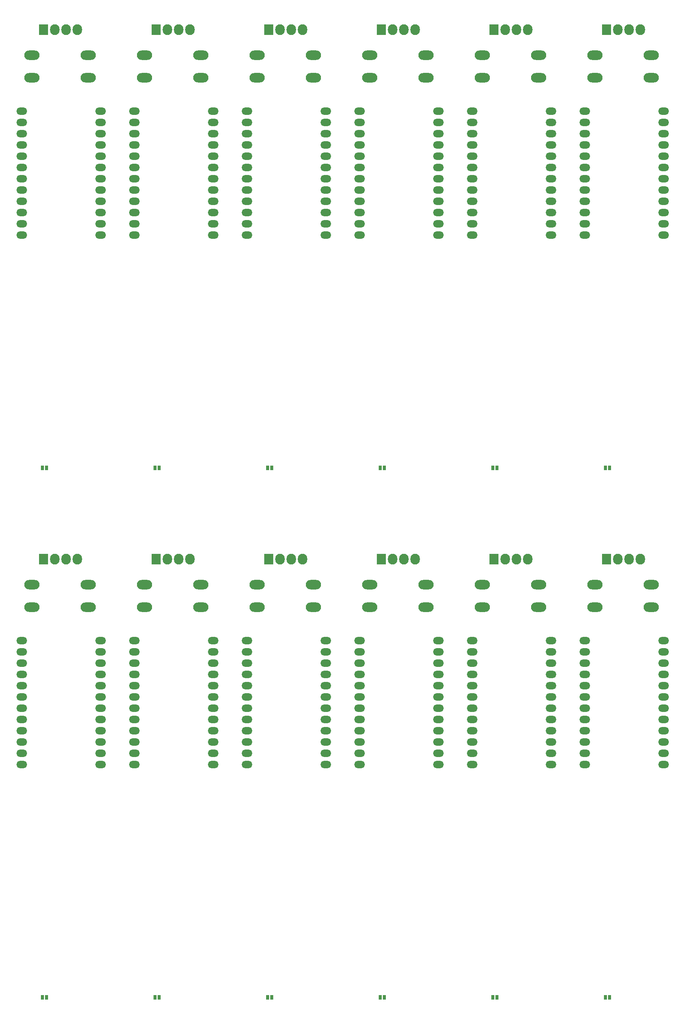
<source format=gts>
G04 #@! TF.FileFunction,Soldermask,Top*
%FSLAX46Y46*%
G04 Gerber Fmt 4.6, Leading zero omitted, Abs format (unit mm)*
G04 Created by KiCad (PCBNEW 4.0.1-stable) date 10/3/2016 4:29:35 PM*
%MOMM*%
G01*
G04 APERTURE LIST*
%ADD10C,0.100000*%
%ADD11O,3.448000X2.127200*%
%ADD12R,0.800000X1.000000*%
%ADD13R,2.127200X2.432000*%
%ADD14O,2.127200X2.432000*%
%ADD15O,2.400000X1.670000*%
G04 APERTURE END LIST*
D10*
D11*
X129895600Y-26238200D03*
X129895600Y-31318200D03*
X142595600Y-26238200D03*
X142595600Y-31318200D03*
D12*
X132239600Y-119329200D03*
X133139600Y-119329200D03*
D13*
X132486400Y-20548600D03*
D14*
X135026400Y-20548600D03*
X137566400Y-20548600D03*
X140106400Y-20548600D03*
D15*
X145338800Y-38887400D03*
X127558800Y-38887400D03*
X145338800Y-41427400D03*
X127558800Y-41427400D03*
X145338800Y-43967400D03*
X127558800Y-43967400D03*
X145338800Y-46507400D03*
X127558800Y-46507400D03*
X145338800Y-49047400D03*
X127558800Y-49047400D03*
X145338800Y-51587400D03*
X127558800Y-51587400D03*
X145338800Y-54127400D03*
X127558800Y-54127400D03*
X145338800Y-56667400D03*
X127558800Y-56667400D03*
X145338800Y-59207400D03*
X127558800Y-59207400D03*
X145338800Y-61747400D03*
X127558800Y-61747400D03*
X145338800Y-64287400D03*
X127558800Y-64287400D03*
X145338800Y-66827400D03*
X127558800Y-66827400D03*
D11*
X155295600Y-26238200D03*
X155295600Y-31318200D03*
X167995600Y-26238200D03*
X167995600Y-31318200D03*
D12*
X157639600Y-119329200D03*
X158539600Y-119329200D03*
D13*
X157886400Y-20548600D03*
D14*
X160426400Y-20548600D03*
X162966400Y-20548600D03*
X165506400Y-20548600D03*
D15*
X170738800Y-38887400D03*
X152958800Y-38887400D03*
X170738800Y-41427400D03*
X152958800Y-41427400D03*
X170738800Y-43967400D03*
X152958800Y-43967400D03*
X170738800Y-46507400D03*
X152958800Y-46507400D03*
X170738800Y-49047400D03*
X152958800Y-49047400D03*
X170738800Y-51587400D03*
X152958800Y-51587400D03*
X170738800Y-54127400D03*
X152958800Y-54127400D03*
X170738800Y-56667400D03*
X152958800Y-56667400D03*
X170738800Y-59207400D03*
X152958800Y-59207400D03*
X170738800Y-61747400D03*
X152958800Y-61747400D03*
X170738800Y-64287400D03*
X152958800Y-64287400D03*
X170738800Y-66827400D03*
X152958800Y-66827400D03*
X170738800Y-158267400D03*
X152958800Y-158267400D03*
X170738800Y-160807400D03*
X152958800Y-160807400D03*
X170738800Y-163347400D03*
X152958800Y-163347400D03*
X170738800Y-165887400D03*
X152958800Y-165887400D03*
X170738800Y-168427400D03*
X152958800Y-168427400D03*
X170738800Y-170967400D03*
X152958800Y-170967400D03*
X170738800Y-173507400D03*
X152958800Y-173507400D03*
X170738800Y-176047400D03*
X152958800Y-176047400D03*
X170738800Y-178587400D03*
X152958800Y-178587400D03*
X170738800Y-181127400D03*
X152958800Y-181127400D03*
X170738800Y-183667400D03*
X152958800Y-183667400D03*
X170738800Y-186207400D03*
X152958800Y-186207400D03*
D13*
X157886400Y-139928600D03*
D14*
X160426400Y-139928600D03*
X162966400Y-139928600D03*
X165506400Y-139928600D03*
D12*
X157639600Y-238709200D03*
X158539600Y-238709200D03*
D11*
X155295600Y-145618200D03*
X155295600Y-150698200D03*
X167995600Y-145618200D03*
X167995600Y-150698200D03*
D15*
X145338800Y-158267400D03*
X127558800Y-158267400D03*
X145338800Y-160807400D03*
X127558800Y-160807400D03*
X145338800Y-163347400D03*
X127558800Y-163347400D03*
X145338800Y-165887400D03*
X127558800Y-165887400D03*
X145338800Y-168427400D03*
X127558800Y-168427400D03*
X145338800Y-170967400D03*
X127558800Y-170967400D03*
X145338800Y-173507400D03*
X127558800Y-173507400D03*
X145338800Y-176047400D03*
X127558800Y-176047400D03*
X145338800Y-178587400D03*
X127558800Y-178587400D03*
X145338800Y-181127400D03*
X127558800Y-181127400D03*
X145338800Y-183667400D03*
X127558800Y-183667400D03*
X145338800Y-186207400D03*
X127558800Y-186207400D03*
D13*
X132486400Y-139928600D03*
D14*
X135026400Y-139928600D03*
X137566400Y-139928600D03*
X140106400Y-139928600D03*
D12*
X132239600Y-238709200D03*
X133139600Y-238709200D03*
D11*
X129895600Y-145618200D03*
X129895600Y-150698200D03*
X142595600Y-145618200D03*
X142595600Y-150698200D03*
D15*
X43738800Y-158267400D03*
X25958800Y-158267400D03*
X43738800Y-160807400D03*
X25958800Y-160807400D03*
X43738800Y-163347400D03*
X25958800Y-163347400D03*
X43738800Y-165887400D03*
X25958800Y-165887400D03*
X43738800Y-168427400D03*
X25958800Y-168427400D03*
X43738800Y-170967400D03*
X25958800Y-170967400D03*
X43738800Y-173507400D03*
X25958800Y-173507400D03*
X43738800Y-176047400D03*
X25958800Y-176047400D03*
X43738800Y-178587400D03*
X25958800Y-178587400D03*
X43738800Y-181127400D03*
X25958800Y-181127400D03*
X43738800Y-183667400D03*
X25958800Y-183667400D03*
X43738800Y-186207400D03*
X25958800Y-186207400D03*
D13*
X30886400Y-139928600D03*
D14*
X33426400Y-139928600D03*
X35966400Y-139928600D03*
X38506400Y-139928600D03*
D12*
X30639600Y-238709200D03*
X31539600Y-238709200D03*
D11*
X28295600Y-145618200D03*
X28295600Y-150698200D03*
X40995600Y-145618200D03*
X40995600Y-150698200D03*
X53695600Y-145618200D03*
X53695600Y-150698200D03*
X66395600Y-145618200D03*
X66395600Y-150698200D03*
D12*
X56039600Y-238709200D03*
X56939600Y-238709200D03*
D13*
X56286400Y-139928600D03*
D14*
X58826400Y-139928600D03*
X61366400Y-139928600D03*
X63906400Y-139928600D03*
D15*
X69138800Y-158267400D03*
X51358800Y-158267400D03*
X69138800Y-160807400D03*
X51358800Y-160807400D03*
X69138800Y-163347400D03*
X51358800Y-163347400D03*
X69138800Y-165887400D03*
X51358800Y-165887400D03*
X69138800Y-168427400D03*
X51358800Y-168427400D03*
X69138800Y-170967400D03*
X51358800Y-170967400D03*
X69138800Y-173507400D03*
X51358800Y-173507400D03*
X69138800Y-176047400D03*
X51358800Y-176047400D03*
X69138800Y-178587400D03*
X51358800Y-178587400D03*
X69138800Y-181127400D03*
X51358800Y-181127400D03*
X69138800Y-183667400D03*
X51358800Y-183667400D03*
X69138800Y-186207400D03*
X51358800Y-186207400D03*
X119938800Y-158267400D03*
X102158800Y-158267400D03*
X119938800Y-160807400D03*
X102158800Y-160807400D03*
X119938800Y-163347400D03*
X102158800Y-163347400D03*
X119938800Y-165887400D03*
X102158800Y-165887400D03*
X119938800Y-168427400D03*
X102158800Y-168427400D03*
X119938800Y-170967400D03*
X102158800Y-170967400D03*
X119938800Y-173507400D03*
X102158800Y-173507400D03*
X119938800Y-176047400D03*
X102158800Y-176047400D03*
X119938800Y-178587400D03*
X102158800Y-178587400D03*
X119938800Y-181127400D03*
X102158800Y-181127400D03*
X119938800Y-183667400D03*
X102158800Y-183667400D03*
X119938800Y-186207400D03*
X102158800Y-186207400D03*
D13*
X107086400Y-139928600D03*
D14*
X109626400Y-139928600D03*
X112166400Y-139928600D03*
X114706400Y-139928600D03*
D12*
X106839600Y-238709200D03*
X107739600Y-238709200D03*
D11*
X104495600Y-145618200D03*
X104495600Y-150698200D03*
X117195600Y-145618200D03*
X117195600Y-150698200D03*
X79095600Y-145618200D03*
X79095600Y-150698200D03*
X91795600Y-145618200D03*
X91795600Y-150698200D03*
D12*
X81439600Y-238709200D03*
X82339600Y-238709200D03*
D13*
X81686400Y-139928600D03*
D14*
X84226400Y-139928600D03*
X86766400Y-139928600D03*
X89306400Y-139928600D03*
D15*
X94538800Y-158267400D03*
X76758800Y-158267400D03*
X94538800Y-160807400D03*
X76758800Y-160807400D03*
X94538800Y-163347400D03*
X76758800Y-163347400D03*
X94538800Y-165887400D03*
X76758800Y-165887400D03*
X94538800Y-168427400D03*
X76758800Y-168427400D03*
X94538800Y-170967400D03*
X76758800Y-170967400D03*
X94538800Y-173507400D03*
X76758800Y-173507400D03*
X94538800Y-176047400D03*
X76758800Y-176047400D03*
X94538800Y-178587400D03*
X76758800Y-178587400D03*
X94538800Y-181127400D03*
X76758800Y-181127400D03*
X94538800Y-183667400D03*
X76758800Y-183667400D03*
X94538800Y-186207400D03*
X76758800Y-186207400D03*
X94538800Y-38887400D03*
X76758800Y-38887400D03*
X94538800Y-41427400D03*
X76758800Y-41427400D03*
X94538800Y-43967400D03*
X76758800Y-43967400D03*
X94538800Y-46507400D03*
X76758800Y-46507400D03*
X94538800Y-49047400D03*
X76758800Y-49047400D03*
X94538800Y-51587400D03*
X76758800Y-51587400D03*
X94538800Y-54127400D03*
X76758800Y-54127400D03*
X94538800Y-56667400D03*
X76758800Y-56667400D03*
X94538800Y-59207400D03*
X76758800Y-59207400D03*
X94538800Y-61747400D03*
X76758800Y-61747400D03*
X94538800Y-64287400D03*
X76758800Y-64287400D03*
X94538800Y-66827400D03*
X76758800Y-66827400D03*
D13*
X81686400Y-20548600D03*
D14*
X84226400Y-20548600D03*
X86766400Y-20548600D03*
X89306400Y-20548600D03*
D12*
X81439600Y-119329200D03*
X82339600Y-119329200D03*
D11*
X79095600Y-26238200D03*
X79095600Y-31318200D03*
X91795600Y-26238200D03*
X91795600Y-31318200D03*
X104495600Y-26238200D03*
X104495600Y-31318200D03*
X117195600Y-26238200D03*
X117195600Y-31318200D03*
D12*
X106839600Y-119329200D03*
X107739600Y-119329200D03*
D13*
X107086400Y-20548600D03*
D14*
X109626400Y-20548600D03*
X112166400Y-20548600D03*
X114706400Y-20548600D03*
D15*
X119938800Y-38887400D03*
X102158800Y-38887400D03*
X119938800Y-41427400D03*
X102158800Y-41427400D03*
X119938800Y-43967400D03*
X102158800Y-43967400D03*
X119938800Y-46507400D03*
X102158800Y-46507400D03*
X119938800Y-49047400D03*
X102158800Y-49047400D03*
X119938800Y-51587400D03*
X102158800Y-51587400D03*
X119938800Y-54127400D03*
X102158800Y-54127400D03*
X119938800Y-56667400D03*
X102158800Y-56667400D03*
X119938800Y-59207400D03*
X102158800Y-59207400D03*
X119938800Y-61747400D03*
X102158800Y-61747400D03*
X119938800Y-64287400D03*
X102158800Y-64287400D03*
X119938800Y-66827400D03*
X102158800Y-66827400D03*
X69138800Y-38887400D03*
X51358800Y-38887400D03*
X69138800Y-41427400D03*
X51358800Y-41427400D03*
X69138800Y-43967400D03*
X51358800Y-43967400D03*
X69138800Y-46507400D03*
X51358800Y-46507400D03*
X69138800Y-49047400D03*
X51358800Y-49047400D03*
X69138800Y-51587400D03*
X51358800Y-51587400D03*
X69138800Y-54127400D03*
X51358800Y-54127400D03*
X69138800Y-56667400D03*
X51358800Y-56667400D03*
X69138800Y-59207400D03*
X51358800Y-59207400D03*
X69138800Y-61747400D03*
X51358800Y-61747400D03*
X69138800Y-64287400D03*
X51358800Y-64287400D03*
X69138800Y-66827400D03*
X51358800Y-66827400D03*
D13*
X56286400Y-20548600D03*
D14*
X58826400Y-20548600D03*
X61366400Y-20548600D03*
X63906400Y-20548600D03*
D12*
X56039600Y-119329200D03*
X56939600Y-119329200D03*
D11*
X53695600Y-26238200D03*
X53695600Y-31318200D03*
X66395600Y-26238200D03*
X66395600Y-31318200D03*
X28295600Y-26238200D03*
X28295600Y-31318200D03*
X40995600Y-26238200D03*
X40995600Y-31318200D03*
D12*
X30639600Y-119329200D03*
X31539600Y-119329200D03*
D13*
X30886400Y-20548600D03*
D14*
X33426400Y-20548600D03*
X35966400Y-20548600D03*
X38506400Y-20548600D03*
D15*
X43738800Y-38887400D03*
X25958800Y-38887400D03*
X43738800Y-41427400D03*
X25958800Y-41427400D03*
X43738800Y-43967400D03*
X25958800Y-43967400D03*
X43738800Y-46507400D03*
X25958800Y-46507400D03*
X43738800Y-49047400D03*
X25958800Y-49047400D03*
X43738800Y-51587400D03*
X25958800Y-51587400D03*
X43738800Y-54127400D03*
X25958800Y-54127400D03*
X43738800Y-56667400D03*
X25958800Y-56667400D03*
X43738800Y-59207400D03*
X25958800Y-59207400D03*
X43738800Y-61747400D03*
X25958800Y-61747400D03*
X43738800Y-64287400D03*
X25958800Y-64287400D03*
X43738800Y-66827400D03*
X25958800Y-66827400D03*
M02*

</source>
